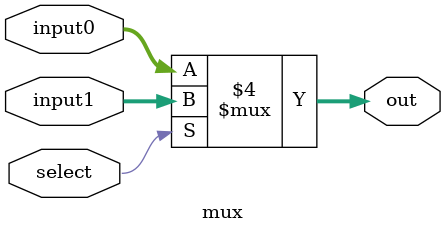
<source format=sv>
module mux#(
    parameter DATA_WIDTH = 32    
)(
    input  logic [DATA_WIDTH-1:0] input0,
    input  logic [DATA_WIDTH-1:0] input1,
    input  logic                  select,
    
    output logic [DATA_WIDTH-1:0] out
);

always_comb begin
    if (select == 0)
        out = input0;
    else 
        out = input1;
end
    
endmodule

</source>
